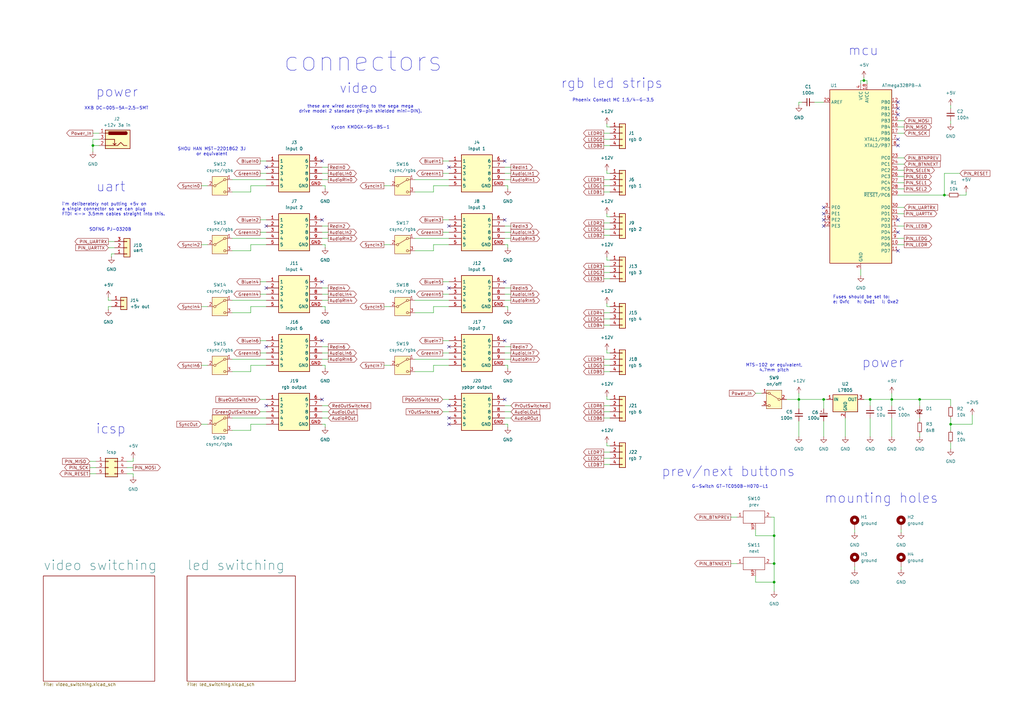
<source format=kicad_sch>
(kicad_sch (version 20231120) (generator "eeschema") (generator_version "8.0")
  (paper "A3")
  (title_block (title "MO-011 rgb switcher (main board)") (date "2025-01-21") (rev "v0.2"))
  (junction (at 365.76 163.83))
  (junction (at 337.82 163.83))
  (junction (at 356.87 163.83))
  (junction (at 317.5 231.14))
  (junction (at 354.33 33.02))
  (junction (at 317.5 238.76))
  (junction (at 377.19 163.83))
  (junction (at 387.35 80.01))
  (junction (at 38.1 59.69))
  (junction (at 389.89 173.99))
  (junction (at 327.66 163.83))
  (junction (at 317.5 219.71))
  (no_connect (at 132.08 115.57))
  (no_connect (at 207.01 139.7))
  (no_connect (at 368.3 95.25))
  (no_connect (at 109.22 92.71))
  (no_connect (at 109.22 166.37))
  (no_connect (at 184.15 142.24))
  (no_connect (at 184.15 166.37))
  (no_connect (at 368.3 41.91))
  (no_connect (at 368.3 44.45))
  (no_connect (at 109.22 142.24))
  (no_connect (at 337.82 85.09))
  (no_connect (at 207.01 115.57))
  (no_connect (at 337.82 92.71))
  (no_connect (at 132.08 66.04))
  (no_connect (at 207.01 90.17))
  (no_connect (at 132.08 163.83))
  (no_connect (at 368.3 90.17))
  (no_connect (at 184.15 68.58))
  (no_connect (at 109.22 118.11))
  (no_connect (at 337.82 87.63))
  (no_connect (at 184.15 171.45))
  (no_connect (at 184.15 118.11))
  (no_connect (at 132.08 90.17))
  (no_connect (at 207.01 163.83))
  (no_connect (at 368.3 57.15))
  (no_connect (at 109.22 68.58))
  (no_connect (at 337.82 90.17))
  (no_connect (at 184.15 92.71))
  (no_connect (at 368.3 102.87))
  (no_connect (at 368.3 46.99))
  (no_connect (at 132.08 139.7))
  (no_connect (at 207.01 66.04))
  (no_connect (at 184.15 173.99))
  (no_connect (at 368.3 59.69))
  (wire (pts (xy 247.65 76.2) (xy 250.19 76.2)))
  (wire (pts (xy 368.3 85.09) (xy 370.84 85.09)))
  (wire (pts (xy 387.35 71.12) (xy 387.35 80.01)))
  (wire (pts (xy 377.19 163.83) (xy 389.89 163.83)))
  (wire (pts (xy 309.88 236.22) (xy 309.88 238.76)))
  (wire (pts (xy 337.82 172.72) (xy 337.82 179.07)))
  (wire (pts (xy 109.22 168.91) (xy 106.68 168.91)))
  (wire (pts (xy 133.35 76.2) (xy 133.35 77.47)))
  (wire (pts (xy 177.8 76.2) (xy 184.15 76.2)))
  (wire (pts (xy 106.68 139.7) (xy 109.22 139.7)))
  (wire (pts (xy 365.76 161.29) (xy 365.76 163.83)))
  (wire (pts (xy 181.61 66.04) (xy 184.15 66.04)))
  (wire (pts (xy 389.89 181.61) (xy 389.89 184.15)))
  (wire (pts (xy 247.65 168.91) (xy 250.19 168.91)))
  (wire (pts (xy 355.6 34.29) (xy 355.6 33.02)))
  (wire (pts (xy 365.76 163.83) (xy 377.19 163.83)))
  (wire (pts (xy 133.35 173.99) (xy 133.35 175.26)))
  (wire (pts (xy 207.01 95.25) (xy 209.55 95.25)))
  (wire (pts (xy 334.01 41.91) (xy 337.82 41.91)))
  (wire (pts (xy 248.92 182.88) (xy 248.92 181.61)))
  (wire (pts (xy 337.82 163.83) (xy 339.09 163.83)))
  (wire (pts (xy 95.25 147.32) (xy 109.22 147.32)))
  (wire (pts (xy 247.65 114.3) (xy 250.19 114.3)))
  (wire (pts (xy 247.65 111.76) (xy 250.19 111.76)))
  (wire (pts (xy 170.18 152.4) (xy 177.8 152.4)))
  (wire (pts (xy 247.65 91.44) (xy 250.19 91.44)))
  (wire (pts (xy 36.83 189.23) (xy 39.37 189.23)))
  (wire (pts (xy 132.08 92.71) (xy 134.62 92.71)))
  (wire (pts (xy 52.07 189.23) (xy 54.61 189.23)))
  (wire (pts (xy 208.28 100.33) (xy 208.28 101.6)))
  (wire (pts (xy 377.19 177.8) (xy 377.19 179.07)))
  (wire (pts (xy 170.18 147.32) (xy 184.15 147.32)))
  (wire (pts (xy 132.08 125.73) (xy 133.35 125.73)))
  (wire (pts (xy 82.55 149.86) (xy 85.09 149.86)))
  (wire (pts (xy 247.65 152.4) (xy 250.19 152.4)))
  (wire (pts (xy 82.55 173.99) (xy 85.09 173.99)))
  (wire (pts (xy 102.87 78.74) (xy 102.87 76.2)))
  (wire (pts (xy 208.28 76.2) (xy 208.28 77.47)))
  (wire (pts (xy 247.65 149.86) (xy 250.19 149.86)))
  (wire (pts (xy 327.66 167.64) (xy 327.66 163.83)))
  (wire (pts (xy 207.01 144.78) (xy 209.55 144.78)))
  (wire (pts (xy 109.22 144.78) (xy 106.68 144.78)))
  (wire (pts (xy 353.06 33.02) (xy 353.06 34.29)))
  (wire (pts (xy 184.15 168.91) (xy 181.61 168.91)))
  (wire (pts (xy 177.8 102.87) (xy 177.8 100.33)))
  (wire (pts (xy 82.55 76.2) (xy 85.09 76.2)))
  (wire (pts (xy 95.25 128.27) (xy 102.87 128.27)))
  (wire (pts (xy 102.87 173.99) (xy 109.22 173.99)))
  (wire (pts (xy 327.66 163.83) (xy 337.82 163.83)))
  (wire (pts (xy 322.58 163.83) (xy 327.66 163.83)))
  (wire (pts (xy 309.88 217.17) (xy 309.88 219.71)))
  (wire (pts (xy 102.87 128.27) (xy 102.87 125.73)))
  (wire (pts (xy 157.48 125.73) (xy 160.02 125.73)))
  (wire (pts (xy 207.01 73.66) (xy 209.55 73.66)))
  (wire (pts (xy 177.8 100.33) (xy 184.15 100.33)))
  (wire (pts (xy 207.01 142.24) (xy 209.55 142.24)))
  (wire (pts (xy 248.92 88.9) (xy 248.92 87.63)))
  (wire (pts (xy 170.18 123.19) (xy 184.15 123.19)))
  (wire (pts (xy 181.61 139.7) (xy 184.15 139.7)))
  (wire (pts (xy 132.08 149.86) (xy 133.35 149.86)))
  (wire (pts (xy 40.64 54.61) (xy 38.1 54.61)))
  (wire (pts (xy 184.15 144.78) (xy 181.61 144.78)))
  (wire (pts (xy 181.61 90.17) (xy 184.15 90.17)))
  (wire (pts (xy 247.65 93.98) (xy 250.19 93.98)))
  (wire (pts (xy 106.68 66.04) (xy 109.22 66.04)))
  (wire (pts (xy 132.08 120.65) (xy 134.62 120.65)))
  (wire (pts (xy 102.87 125.73) (xy 109.22 125.73)))
  (wire (pts (xy 316.23 212.09) (xy 317.5 212.09)))
  (wire (pts (xy 106.68 163.83) (xy 109.22 163.83)))
  (wire (pts (xy 132.08 97.79) (xy 134.62 97.79)))
  (wire (pts (xy 207.01 100.33) (xy 208.28 100.33)))
  (wire (pts (xy 95.25 152.4) (xy 102.87 152.4)))
  (wire (pts (xy 45.72 104.14) (xy 45.72 105.41)))
  (wire (pts (xy 250.19 163.83) (xy 248.92 163.83)))
  (wire (pts (xy 40.64 59.69) (xy 38.1 59.69)))
  (wire (pts (xy 132.08 144.78) (xy 134.62 144.78)))
  (wire (pts (xy 247.65 166.37) (xy 250.19 166.37)))
  (wire (pts (xy 184.15 120.65) (xy 181.61 120.65)))
  (wire (pts (xy 82.55 100.33) (xy 85.09 100.33)))
  (wire (pts (xy 102.87 149.86) (xy 109.22 149.86)))
  (wire (pts (xy 132.08 171.45) (xy 134.62 171.45)))
  (wire (pts (xy 365.76 171.45) (xy 365.76 179.07)))
  (wire (pts (xy 132.08 71.12) (xy 134.62 71.12)))
  (wire (pts (xy 368.3 69.85) (xy 370.84 69.85)))
  (wire (pts (xy 247.65 96.52) (xy 250.19 96.52)))
  (wire (pts (xy 132.08 123.19) (xy 134.62 123.19)))
  (wire (pts (xy 248.92 106.68) (xy 248.92 105.41)))
  (wire (pts (xy 157.48 76.2) (xy 160.02 76.2)))
  (wire (pts (xy 109.22 95.25) (xy 106.68 95.25)))
  (wire (pts (xy 132.08 68.58) (xy 134.62 68.58)))
  (wire (pts (xy 133.35 149.86) (xy 133.35 151.13)))
  (wire (pts (xy 247.65 54.61) (xy 250.19 54.61)))
  (wire (pts (xy 368.3 67.31) (xy 370.84 67.31)))
  (wire (pts (xy 356.87 171.45) (xy 356.87 179.07)))
  (wire (pts (xy 170.18 78.74) (xy 177.8 78.74)))
  (wire (pts (xy 247.65 59.69) (xy 250.19 59.69)))
  (wire (pts (xy 368.3 97.79) (xy 370.84 97.79)))
  (wire (pts (xy 248.92 144.78) (xy 248.92 143.51)))
  (wire (pts (xy 396.24 80.01) (xy 396.24 78.74)))
  (wire (pts (xy 368.3 87.63) (xy 370.84 87.63)))
  (wire (pts (xy 317.5 212.09) (xy 317.5 219.71)))
  (wire (pts (xy 207.01 149.86) (xy 208.28 149.86)))
  (wire (pts (xy 170.18 97.79) (xy 184.15 97.79)))
  (wire (pts (xy 184.15 95.25) (xy 181.61 95.25)))
  (wire (pts (xy 82.55 125.73) (xy 85.09 125.73)))
  (wire (pts (xy 317.5 238.76) (xy 317.5 242.57)))
  (wire (pts (xy 157.48 100.33) (xy 160.02 100.33)))
  (wire (pts (xy 377.19 171.45) (xy 377.19 172.72)))
  (wire (pts (xy 208.28 149.86) (xy 208.28 151.13)))
  (wire (pts (xy 250.19 88.9) (xy 248.92 88.9)))
  (wire (pts (xy 309.88 161.29) (xy 312.42 161.29)))
  (wire (pts (xy 247.65 57.15) (xy 250.19 57.15)))
  (wire (pts (xy 353.06 110.49) (xy 353.06 113.03)))
  (wire (pts (xy 207.01 171.45) (xy 209.55 171.45)))
  (wire (pts (xy 207.01 123.19) (xy 209.55 123.19)))
  (wire (pts (xy 36.83 194.31) (xy 39.37 194.31)))
  (wire (pts (xy 170.18 73.66) (xy 184.15 73.66)))
  (wire (pts (xy 309.88 219.71) (xy 317.5 219.71)))
  (wire (pts (xy 389.89 49.53) (xy 389.89 50.8)))
  (wire (pts (xy 356.87 163.83) (xy 365.76 163.83)))
  (wire (pts (xy 109.22 120.65) (xy 106.68 120.65)))
  (wire (pts (xy 177.8 152.4) (xy 177.8 149.86)))
  (wire (pts (xy 44.45 123.19) (xy 45.72 123.19)))
  (wire (pts (xy 38.1 59.69) (xy 38.1 62.23)))
  (wire (pts (xy 181.61 163.83) (xy 184.15 163.83)))
  (wire (pts (xy 354.33 31.75) (xy 354.33 33.02)))
  (wire (pts (xy 208.28 125.73) (xy 208.28 127)))
  (wire (pts (xy 377.19 163.83) (xy 377.19 166.37)))
  (wire (pts (xy 133.35 100.33) (xy 133.35 101.6)))
  (wire (pts (xy 247.65 109.22) (xy 250.19 109.22)))
  (wire (pts (xy 247.65 147.32) (xy 250.19 147.32)))
  (wire (pts (xy 247.65 130.81) (xy 250.19 130.81)))
  (wire (pts (xy 248.92 71.12) (xy 248.92 69.85)))
  (wire (pts (xy 102.87 152.4) (xy 102.87 149.86)))
  (wire (pts (xy 355.6 33.02) (xy 354.33 33.02)))
  (wire (pts (xy 356.87 163.83) (xy 356.87 166.37)))
  (wire (pts (xy 95.25 78.74) (xy 102.87 78.74)))
  (wire (pts (xy 247.65 73.66) (xy 250.19 73.66)))
  (wire (pts (xy 368.3 80.01) (xy 387.35 80.01)))
  (wire (pts (xy 248.92 52.07) (xy 248.92 50.8)))
  (wire (pts (xy 250.19 71.12) (xy 248.92 71.12)))
  (wire (pts (xy 170.18 102.87) (xy 177.8 102.87)))
  (wire (pts (xy 170.18 128.27) (xy 177.8 128.27)))
  (wire (pts (xy 247.65 190.5) (xy 250.19 190.5)))
  (wire (pts (xy 132.08 118.11) (xy 134.62 118.11)))
  (wire (pts (xy 106.68 90.17) (xy 109.22 90.17)))
  (wire (pts (xy 133.35 125.73) (xy 133.35 127)))
  (wire (pts (xy 44.45 121.92) (xy 44.45 123.19)))
  (wire (pts (xy 354.33 33.02) (xy 353.06 33.02)))
  (wire (pts (xy 365.76 166.37) (xy 365.76 163.83)))
  (wire (pts (xy 389.89 163.83) (xy 389.89 166.37)))
  (wire (pts (xy 102.87 176.53) (xy 102.87 173.99)))
  (wire (pts (xy 207.01 166.37) (xy 209.55 166.37)))
  (wire (pts (xy 247.65 171.45) (xy 250.19 171.45)))
  (wire (pts (xy 102.87 100.33) (xy 109.22 100.33)))
  (wire (pts (xy 368.3 64.77) (xy 370.84 64.77)))
  (wire (pts (xy 132.08 166.37) (xy 134.62 166.37)))
  (wire (pts (xy 207.01 118.11) (xy 209.55 118.11)))
  (wire (pts (xy 95.25 171.45) (xy 109.22 171.45)))
  (wire (pts (xy 250.19 182.88) (xy 248.92 182.88)))
  (wire (pts (xy 102.87 102.87) (xy 102.87 100.33)))
  (wire (pts (xy 207.01 71.12) (xy 209.55 71.12)))
  (wire (pts (xy 207.01 173.99) (xy 208.28 173.99)))
  (wire (pts (xy 54.61 194.31) (xy 54.61 195.58)))
  (wire (pts (xy 132.08 73.66) (xy 134.62 73.66)))
  (wire (pts (xy 44.45 101.6) (xy 46.99 101.6)))
  (wire (pts (xy 184.15 71.12) (xy 181.61 71.12)))
  (wire (pts (xy 95.25 73.66) (xy 109.22 73.66)))
  (wire (pts (xy 369.57 217.17) (xy 369.57 218.44)))
  (wire (pts (xy 208.28 173.99) (xy 208.28 175.26)))
  (wire (pts (xy 368.3 74.93) (xy 370.84 74.93)))
  (wire (pts (xy 247.65 133.35) (xy 250.19 133.35)))
  (wire (pts (xy 248.92 163.83) (xy 248.92 162.56)))
  (wire (pts (xy 368.3 77.47) (xy 370.84 77.47)))
  (wire (pts (xy 393.7 80.01) (xy 396.24 80.01)))
  (wire (pts (xy 132.08 168.91) (xy 134.62 168.91)))
  (wire (pts (xy 398.78 170.18) (xy 398.78 173.99)))
  (wire (pts (xy 389.89 171.45) (xy 389.89 173.99)))
  (wire (pts (xy 44.45 99.06) (xy 46.99 99.06)))
  (wire (pts (xy 95.25 102.87) (xy 102.87 102.87)))
  (wire (pts (xy 54.61 189.23) (xy 54.61 187.96)))
  (wire (pts (xy 299.72 231.14) (xy 302.26 231.14)))
  (wire (pts (xy 250.19 125.73) (xy 248.92 125.73)))
  (wire (pts (xy 247.65 128.27) (xy 250.19 128.27)))
  (wire (pts (xy 337.82 163.83) (xy 337.82 167.64)))
  (wire (pts (xy 132.08 76.2) (xy 133.35 76.2)))
  (wire (pts (xy 368.3 49.53) (xy 370.84 49.53)))
  (wire (pts (xy 247.65 78.74) (xy 250.19 78.74)))
  (wire (pts (xy 350.52 232.41) (xy 350.52 233.68)))
  (wire (pts (xy 327.66 163.83) (xy 327.66 161.29)))
  (wire (pts (xy 309.88 238.76) (xy 317.5 238.76)))
  (wire (pts (xy 132.08 95.25) (xy 134.62 95.25)))
  (wire (pts (xy 369.57 232.41) (xy 369.57 233.68)))
  (wire (pts (xy 327.66 41.91) (xy 327.66 43.18)))
  (wire (pts (xy 299.72 212.09) (xy 302.26 212.09)))
  (wire (pts (xy 52.07 191.77) (xy 54.61 191.77)))
  (wire (pts (xy 387.35 80.01) (xy 388.62 80.01)))
  (wire (pts (xy 398.78 173.99) (xy 389.89 173.99)))
  (wire (pts (xy 102.87 76.2) (xy 109.22 76.2)))
  (wire (pts (xy 247.65 187.96) (xy 250.19 187.96)))
  (wire (pts (xy 45.72 125.73) (xy 44.45 125.73)))
  (wire (pts (xy 328.93 41.91) (xy 327.66 41.91)))
  (wire (pts (xy 350.52 217.17) (xy 350.52 218.44)))
  (wire (pts (xy 44.45 125.73) (xy 44.45 127)))
  (wire (pts (xy 95.25 123.19) (xy 109.22 123.19)))
  (wire (pts (xy 393.7 71.12) (xy 387.35 71.12)))
  (wire (pts (xy 207.01 147.32) (xy 209.55 147.32)))
  (wire (pts (xy 207.01 168.91) (xy 209.55 168.91)))
  (wire (pts (xy 250.19 144.78) (xy 248.92 144.78)))
  (wire (pts (xy 38.1 57.15) (xy 38.1 59.69)))
  (wire (pts (xy 327.66 172.72) (xy 327.66 179.07)))
  (wire (pts (xy 207.01 92.71) (xy 209.55 92.71)))
  (wire (pts (xy 368.3 100.33) (xy 370.84 100.33)))
  (wire (pts (xy 181.61 115.57) (xy 184.15 115.57)))
  (wire (pts (xy 389.89 43.18) (xy 389.89 44.45)))
  (wire (pts (xy 368.3 92.71) (xy 370.84 92.71)))
  (wire (pts (xy 132.08 147.32) (xy 134.62 147.32)))
  (wire (pts (xy 46.99 104.14) (xy 45.72 104.14)))
  (wire (pts (xy 317.5 219.71) (xy 317.5 231.14)))
  (wire (pts (xy 177.8 78.74) (xy 177.8 76.2)))
  (wire (pts (xy 40.64 57.15) (xy 38.1 57.15)))
  (wire (pts (xy 368.3 52.07) (xy 370.84 52.07)))
  (wire (pts (xy 389.89 173.99) (xy 389.89 176.53)))
  (wire (pts (xy 354.33 163.83) (xy 356.87 163.83)))
  (wire (pts (xy 250.19 106.68) (xy 248.92 106.68)))
  (wire (pts (xy 207.01 97.79) (xy 209.55 97.79)))
  (wire (pts (xy 368.3 54.61) (xy 370.84 54.61)))
  (wire (pts (xy 157.48 149.86) (xy 160.02 149.86)))
  (wire (pts (xy 109.22 71.12) (xy 106.68 71.12)))
  (wire (pts (xy 247.65 185.42) (xy 250.19 185.42)))
  (wire (pts (xy 177.8 128.27) (xy 177.8 125.73)))
  (wire (pts (xy 207.01 120.65) (xy 209.55 120.65)))
  (wire (pts (xy 207.01 76.2) (xy 208.28 76.2)))
  (wire (pts (xy 106.68 115.57) (xy 109.22 115.57)))
  (wire (pts (xy 95.25 97.79) (xy 109.22 97.79)))
  (wire (pts (xy 248.92 125.73) (xy 248.92 124.46)))
  (wire (pts (xy 132.08 100.33) (xy 133.35 100.33)))
  (wire (pts (xy 316.23 231.14) (xy 317.5 231.14)))
  (wire (pts (xy 177.8 125.73) (xy 184.15 125.73)))
  (wire (pts (xy 52.07 194.31) (xy 54.61 194.31)))
  (wire (pts (xy 207.01 68.58) (xy 209.55 68.58)))
  (wire (pts (xy 132.08 173.99) (xy 133.35 173.99)))
  (wire (pts (xy 368.3 72.39) (xy 370.84 72.39)))
  (wire (pts (xy 36.83 191.77) (xy 39.37 191.77)))
  (wire (pts (xy 346.71 171.45) (xy 346.71 179.07)))
  (wire (pts (xy 250.19 52.07) (xy 248.92 52.07)))
  (wire (pts (xy 207.01 125.73) (xy 208.28 125.73)))
  (wire (pts (xy 95.25 176.53) (xy 102.87 176.53)))
  (wire (pts (xy 132.08 142.24) (xy 134.62 142.24)))
  (wire (pts (xy 317.5 231.14) (xy 317.5 238.76)))
  (wire (pts (xy 177.8 149.86) (xy 184.15 149.86)))
  (text "MTS-102 or equivalent,\n4.7mm pitch" (at 317.5 150.876 0) (effects (font (size 1.27 1.27))))
  (text "uart" (at 45.466 76.708 0) (effects (font (size 4 4))))
  (text "XKB DC-005-5A-2.5-SMT" (at 47.752 44.45 0) (effects (font (size 1.27 1.27))))
  (text "these are wired according to the sega mega\ndrive model 2 standard (9-pin shielded mini-DIN)." (at 147.828 44.704 0) (effects (font (size 1.27 1.27))))
  (text "i'm deliberately not putting +5v on\na single connector so we can plug\nFTDI <-> 3.5mm cables straight into this." (at 25.4 85.852 0) (effects (font (size 1.27 1.27)) (justify left)))
  (text "Fuses should be set to:\ne: 0xfc	h: 0xd1	l: 0xe2" (at 341.63 122.936 0) (effects (font (size 1.27 1.27)) (justify left)))
  (text "icsp" (at 45.466 176.022 0) (effects (font (size 4 4))))
  (text "SHOU HAN MST-22D18G2 3J\nor equivalent" (at 86.868 62.23 0) (effects (font (size 1.27 1.27))))
  (text "power" (at 362.204 148.844 0) (effects (font (size 4 4))))
  (text "power" (at 48.006 37.846 0) (effects (font (size 4 4))))
  (text "rgb led strips" (at 250.952 34.29 0) (effects (font (size 4 4))))
  (text "G-Switch GT-TC050B-H070-L1" (at 299.466 199.644 0) (effects (font (size 1.27 1.27))))
  (text "prev/next buttons" (at 298.704 193.548 0) (effects (font (size 4 4))))
  (text "mcu" (at 354.076 20.828 0) (effects (font (size 4 4))))
  (text "connectors" (at 116.078 25.4 0) (effects (font (size 8 8)) (justify left)))
  (text "Kycon KMDGX-9S-BS-1" (at 147.828 52.324 0) (effects (font (size 1.27 1.27))))
  (text "SOFNG PJ-0320B" (at 45.212 94.234 0) (effects (font (size 1.27 1.27))))
  (text "Phoenix Contact MC 1,5/4-G-3,5" (at 251.46 41.148 0) (effects (font (size 1.27 1.27))))
  (text "video" (at 147.066 36.322 0) (effects (font (size 4 4))))
  (text "mounting holes" (at 361.442 204.47 0) (effects (font (size 4 4))))
  (global_label "LEDG3" (shape output) (at 247.65 111.76 180) (property "Intersheetrefs" "${INTERSHEET_REFS}" (effects (hide yes))))
  (global_label "PIN_LEDR" (shape output) (at 370.84 100.33 0) (property "Intersheetrefs" "${INTERSHEET_REFS}" (effects (hide yes))))
  (global_label "AudioRIn3" (shape output) (at 209.55 97.79 0) (property "Intersheetrefs" "${INTERSHEET_REFS}" (effects (hide yes))))
  (global_label "PIN_BTNNEXT" (shape output) (at 299.72 231.14 180) (property "Intersheetrefs" "${INTERSHEET_REFS}" (effects (hide yes))))
  (global_label "LEDB6" (shape output) (at 247.65 171.45 180) (property "Intersheetrefs" "${INTERSHEET_REFS}" (effects (hide yes))))
  (global_label "PIN_SEL1" (shape output) (at 370.84 74.93 0) (property "Intersheetrefs" "${INTERSHEET_REFS}" (effects (hide yes))))
  (global_label "AudioLIn6" (shape output) (at 134.62 144.78 0) (property "Intersheetrefs" "${INTERSHEET_REFS}" (effects (hide yes))))
  (global_label "LEDR5" (shape output) (at 247.65 147.32 180) (property "Intersheetrefs" "${INTERSHEET_REFS}" (effects (hide yes))))
  (global_label "BlueIn3" (shape output) (at 181.61 90.17 180) (property "Intersheetrefs" "${INTERSHEET_REFS}" (effects (hide yes))))
  (global_label "PIN_UARTRX" (shape output) (at 44.45 99.06 180) (property "Intersheetrefs" "${INTERSHEET_REFS}" (effects (hide yes))))
  (global_label "AudioLIn2" (shape output) (at 134.62 95.25 0) (property "Intersheetrefs" "${INTERSHEET_REFS}" (effects (hide yes))))
  (global_label "SyncIn0" (shape output) (at 82.55 76.2 180) (property "Intersheetrefs" "${INTERSHEET_REFS}" (effects (hide yes))))
  (global_label "PIN_MOSI" (shape input) (at 370.84 49.53 0) (property "Intersheetrefs" "${INTERSHEET_REFS}" (effects (hide yes))))
  (global_label "Power_In" (shape input) (at 309.88 161.29 180) (property "Intersheetrefs" "${INTERSHEET_REFS}" (effects (hide yes))))
  (global_label "PIN_MISO" (shape output) (at 370.84 52.07 0) (property "Intersheetrefs" "${INTERSHEET_REFS}" (effects (hide yes))))
  (global_label "LEDR0" (shape output) (at 247.65 54.61 180) (property "Intersheetrefs" "${INTERSHEET_REFS}" (effects (hide yes))))
  (global_label "PIN_RESET" (shape output) (at 36.83 194.31 180) (property "Intersheetrefs" "${INTERSHEET_REFS}" (effects (hide yes))))
  (global_label "RedIn5" (shape output) (at 209.55 118.11 0) (property "Intersheetrefs" "${INTERSHEET_REFS}" (effects (hide yes))))
  (global_label "GreenIn1" (shape output) (at 181.61 71.12 180) (property "Intersheetrefs" "${INTERSHEET_REFS}" (effects (hide yes))))
  (global_label "GreenIn2" (shape output) (at 106.68 95.25 180) (property "Intersheetrefs" "${INTERSHEET_REFS}" (effects (hide yes))))
  (global_label "LEDR7" (shape output) (at 247.65 185.42 180) (property "Intersheetrefs" "${INTERSHEET_REFS}" (effects (hide yes))))
  (global_label "PbOutSwitched" (shape input) (at 181.61 163.83 180) (property "Intersheetrefs" "${INTERSHEET_REFS}" (effects (hide yes))))
  (global_label "RedIn4" (shape output) (at 134.62 118.11 0) (property "Intersheetrefs" "${INTERSHEET_REFS}" (effects (hide yes))))
  (global_label "PIN_SEL2" (shape output) (at 370.84 77.47 0) (property "Intersheetrefs" "${INTERSHEET_REFS}" (effects (hide yes))))
  (global_label "LEDB4" (shape output) (at 247.65 133.35 180) (property "Intersheetrefs" "${INTERSHEET_REFS}" (effects (hide yes))))
  (global_label "LEDG7" (shape output) (at 247.65 187.96 180) (property "Intersheetrefs" "${INTERSHEET_REFS}" (effects (hide yes))))
  (global_label "SyncIn5" (shape output) (at 157.48 125.73 180) (property "Intersheetrefs" "${INTERSHEET_REFS}" (effects (hide yes))))
  (global_label "LEDB7" (shape output) (at 247.65 190.5 180) (property "Intersheetrefs" "${INTERSHEET_REFS}" (effects (hide yes))))
  (global_label "AudioLIn0" (shape output) (at 134.62 71.12 0) (property "Intersheetrefs" "${INTERSHEET_REFS}" (effects (hide yes))))
  (global_label "PIN_BTNPREV" (shape output) (at 299.72 212.09 180) (property "Intersheetrefs" "${INTERSHEET_REFS}" (effects (hide yes))))
  (global_label "AudioROut" (shape input) (at 134.62 171.45 0) (property "Intersheetrefs" "${INTERSHEET_REFS}" (effects (hide yes))))
  (global_label "BlueIn1" (shape output) (at 181.61 66.04 180) (property "Intersheetrefs" "${INTERSHEET_REFS}" (effects (hide yes))))
  (global_label "LEDG0" (shape output) (at 247.65 57.15 180) (property "Intersheetrefs" "${INTERSHEET_REFS}" (effects (hide yes))))
  (global_label "RedOutSwitched" (shape input) (at 134.62 166.37 0) (property "Intersheetrefs" "${INTERSHEET_REFS}" (effects (hide yes))))
  (global_label "GreenIn0" (shape output) (at 106.68 71.12 180) (property "Intersheetrefs" "${INTERSHEET_REFS}" (effects (hide yes))))
  (global_label "GreenIn6" (shape output) (at 106.68 144.78 180) (property "Intersheetrefs" "${INTERSHEET_REFS}" (effects (hide yes))))
  (global_label "SyncIn7" (shape output) (at 157.48 149.86 180) (property "Intersheetrefs" "${INTERSHEET_REFS}" (effects (hide yes))))
  (global_label "RedIn7" (shape output) (at 209.55 142.24 0) (property "Intersheetrefs" "${INTERSHEET_REFS}" (effects (hide yes))))
  (global_label "AudioRIn6" (shape output) (at 134.62 147.32 0) (property "Intersheetrefs" "${INTERSHEET_REFS}" (effects (hide yes))))
  (global_label "RedIn6" (shape output) (at 134.62 142.24 0) (property "Intersheetrefs" "${INTERSHEET_REFS}" (effects (hide yes))))
  (global_label "LEDG2" (shape output) (at 247.65 93.98 180) (property "Intersheetrefs" "${INTERSHEET_REFS}" (effects (hide yes))))
  (global_label "GreenIn4" (shape output) (at 106.68 120.65 180) (property "Intersheetrefs" "${INTERSHEET_REFS}" (effects (hide yes))))
  (global_label "LEDB0" (shape output) (at 247.65 59.69 180) (property "Intersheetrefs" "${INTERSHEET_REFS}" (effects (hide yes))))
  (global_label "LEDB2" (shape output) (at 247.65 96.52 180) (property "Intersheetrefs" "${INTERSHEET_REFS}" (effects (hide yes))))
  (global_label "LEDR1" (shape output) (at 247.65 73.66 180) (property "Intersheetrefs" "${INTERSHEET_REFS}" (effects (hide yes))))
  (global_label "GreenIn5" (shape output) (at 181.61 120.65 180) (property "Intersheetrefs" "${INTERSHEET_REFS}" (effects (hide yes))))
  (global_label "SyncIn1" (shape output) (at 157.48 76.2 180) (property "Intersheetrefs" "${INTERSHEET_REFS}" (effects (hide yes))))
  (global_label "PIN_LEDG" (shape output) (at 370.84 97.79 0) (property "Intersheetrefs" "${INTERSHEET_REFS}" (effects (hide yes))))
  (global_label "GreenIn3" (shape output) (at 181.61 95.25 180) (property "Intersheetrefs" "${INTERSHEET_REFS}" (effects (hide yes))))
  (global_label "GreenIn7" (shape output) (at 181.61 144.78 180) (property "Intersheetrefs" "${INTERSHEET_REFS}" (effects (hide yes))))
  (global_label "PIN_MISO" (shape input) (at 36.83 189.23 180) (property "Intersheetrefs" "${INTERSHEET_REFS}" (effects (hide yes))))
  (global_label "AudioLIn1" (shape output) (at 209.55 71.12 0) (property "Intersheetrefs" "${INTERSHEET_REFS}" (effects (hide yes))))
  (global_label "SyncIn6" (shape output) (at 82.55 149.86 180) (property "Intersheetrefs" "${INTERSHEET_REFS}" (effects (hide yes))))
  (global_label "RedIn0" (shape output) (at 134.62 68.58 0) (property "Intersheetrefs" "${INTERSHEET_REFS}" (effects (hide yes))))
  (global_label "YOutSwitched" (shape input) (at 181.61 168.91 180) (property "Intersheetrefs" "${INTERSHEET_REFS}" (effects (hide yes))))
  (global_label "AudioRIn1" (shape output) (at 209.55 73.66 0) (property "Intersheetrefs" "${INTERSHEET_REFS}" (effects (hide yes))))
  (global_label "BlueIn0" (shape output) (at 106.68 66.04 180) (property "Intersheetrefs" "${INTERSHEET_REFS}" (effects (hide yes))))
  (global_label "LEDB1" (shape output) (at 247.65 78.74 180) (property "Intersheetrefs" "${INTERSHEET_REFS}" (effects (hide yes))))
  (global_label "AudioLOut" (shape input) (at 209.55 168.91 0) (property "Intersheetrefs" "${INTERSHEET_REFS}" (effects (hide yes))))
  (global_label "BlueIn4" (shape output) (at 106.68 115.57 180) (property "Intersheetrefs" "${INTERSHEET_REFS}" (effects (hide yes))))
  (global_label "PIN_SEL0" (shape output) (at 370.84 72.39 0) (property "Intersheetrefs" "${INTERSHEET_REFS}" (effects (hide yes))))
  (global_label "AudioRIn4" (shape output) (at 134.62 123.19 0) (property "Intersheetrefs" "${INTERSHEET_REFS}" (effects (hide yes))))
  (global_label "PIN_SCK" (shape input) (at 370.84 54.61 0) (property "Intersheetrefs" "${INTERSHEET_REFS}" (effects (hide yes))))
  (global_label "LEDR4" (shape output) (at 247.65 128.27 180) (property "Intersheetrefs" "${INTERSHEET_REFS}" (effects (hide yes))))
  (global_label "PIN_RESET" (shape input) (at 393.7 71.12 0) (property "Intersheetrefs" "${INTERSHEET_REFS}" (effects (hide yes))))
  (global_label "BlueIn5" (shape output) (at 181.61 115.57 180) (property "Intersheetrefs" "${INTERSHEET_REFS}" (effects (hide yes))))
  (global_label "LEDG6" (shape output) (at 247.65 168.91 180) (property "Intersheetrefs" "${INTERSHEET_REFS}" (effects (hide yes))))
  (global_label "AudioLIn7" (shape output) (at 209.55 144.78 0) (property "Intersheetrefs" "${INTERSHEET_REFS}" (effects (hide yes))))
  (global_label "PIN_UARTTX" (shape output) (at 370.84 87.63 0) (property "Intersheetrefs" "${INTERSHEET_REFS}" (effects (hide yes))))
  (global_label "SyncIn2" (shape output) (at 82.55 100.33 180) (property "Intersheetrefs" "${INTERSHEET_REFS}" (effects (hide yes))))
  (global_label "Power_In" (shape output) (at 38.1 54.61 180) (property "Intersheetrefs" "${INTERSHEET_REFS}" (effects (hide yes))))
  (global_label "BlueIn6" (shape output) (at 106.68 139.7 180) (property "Intersheetrefs" "${INTERSHEET_REFS}" (effects (hide yes))))
  (global_label "LEDR6" (shape output) (at 247.65 166.37 180) (property "Intersheetrefs" "${INTERSHEET_REFS}" (effects (hide yes))))
  (global_label "AudioLOut" (shape input) (at 134.62 168.91 0) (property "Intersheetrefs" "${INTERSHEET_REFS}" (effects (hide yes))))
  (global_label "BlueIn2" (shape output) (at 106.68 90.17 180) (property "Intersheetrefs" "${INTERSHEET_REFS}" (effects (hide yes))))
  (global_label "LEDR2" (shape output) (at 247.65 91.44 180) (property "Intersheetrefs" "${INTERSHEET_REFS}" (effects (hide yes))))
  (global_label "LEDB5" (shape output) (at 247.65 152.4 180) (property "Intersheetrefs" "${INTERSHEET_REFS}" (effects (hide yes))))
  (global_label "LEDR3" (shape output) (at 247.65 109.22 180) (property "Intersheetrefs" "${INTERSHEET_REFS}" (effects (hide yes))))
  (global_label "AudioLIn4" (shape output) (at 134.62 120.65 0) (property "Intersheetrefs" "${INTERSHEET_REFS}" (effects (hide yes))))
  (global_label "AudioRIn5" (shape output) (at 209.55 123.19 0) (property "Intersheetrefs" "${INTERSHEET_REFS}" (effects (hide yes))))
  (global_label "PIN_UARTTX" (shape input) (at 44.45 101.6 180) (property "Intersheetrefs" "${INTERSHEET_REFS}" (effects (hide yes))))
  (global_label "PIN_LEDB" (shape output) (at 370.84 92.71 0) (property "Intersheetrefs" "${INTERSHEET_REFS}" (effects (hide yes))))
  (global_label "PIN_BTNNEXT" (shape input) (at 370.84 67.31 0) (property "Intersheetrefs" "${INTERSHEET_REFS}" (effects (hide yes))))
  (global_label "LEDB3" (shape output) (at 247.65 114.3 180) (property "Intersheetrefs" "${INTERSHEET_REFS}" (effects (hide yes))))
  (global_label "LEDG5" (shape output) (at 247.65 149.86 180) (property "Intersheetrefs" "${INTERSHEET_REFS}" (effects (hide yes))))
  (global_label "PIN_BTNPREV" (shape input) (at 370.84 64.77 0) (property "Intersheetrefs" "${INTERSHEET_REFS}" (effects (hide yes))))
  (global_label "AudioLIn3" (shape output) (at 209.55 95.25 0) (property "Intersheetrefs" "${INTERSHEET_REFS}" (effects (hide yes))))
  (global_label "RedIn2" (shape output) (at 134.62 92.71 0) (property "Intersheetrefs" "${INTERSHEET_REFS}" (effects (hide yes))))
  (global_label "SyncIn3" (shape output) (at 157.48 100.33 180) (property "Intersheetrefs" "${INTERSHEET_REFS}" (effects (hide yes))))
  (global_label "AudioRIn7" (shape output) (at 209.55 147.32 0) (property "Intersheetrefs" "${INTERSHEET_REFS}" (effects (hide yes))))
  (global_label "AudioRIn2" (shape output) (at 134.62 97.79 0) (property "Intersheetrefs" "${INTERSHEET_REFS}" (effects (hide yes))))
  (global_label "RedIn3" (shape output) (at 209.55 92.71 0) (property "Intersheetrefs" "${INTERSHEET_REFS}" (effects (hide yes))))
  (global_label "PIN_MOSI" (shape output) (at 54.61 191.77 0) (property "Intersheetrefs" "${INTERSHEET_REFS}" (effects (hide yes))))
  (global_label "SyncIn4" (shape output) (at 82.55 125.73 180) (property "Intersheetrefs" "${INTERSHEET_REFS}" (effects (hide yes))))
  (global_label "PIN_UARTRX" (shape input) (at 370.84 85.09 0) (property "Intersheetrefs" "${INTERSHEET_REFS}" (effects (hide yes))))
  (global_label "AudioRIn0" (shape output) (at 134.62 73.66 0) (property "Intersheetrefs" "${INTERSHEET_REFS}" (effects (hide yes))))
  (global_label "AudioROut" (shape input) (at 209.55 171.45 0) (property "Intersheetrefs" "${INTERSHEET_REFS}" (effects (hide yes))))
  (global_label "AudioLIn5" (shape output) (at 209.55 120.65 0) (property "Intersheetrefs" "${INTERSHEET_REFS}" (effects (hide yes))))
  (global_label "GreenOutSwitched" (shape input) (at 106.68 168.91 180) (property "Intersheetrefs" "${INTERSHEET_REFS}" (effects (hide yes))))
  (global_label "BlueIn7" (shape output) (at 181.61 139.7 180) (property "Intersheetrefs" "${INTERSHEET_REFS}" (effects (hide yes))))
  (global_label "SyncOut" (shape input) (at 82.55 173.99 180) (property "Intersheetrefs" "${INTERSHEET_REFS}" (effects (hide yes))))
  (global_label "LEDG4" (shape output) (at 247.65 130.81 180) (property "Intersheetrefs" "${INTERSHEET_REFS}" (effects (hide yes))))
  (global_label "LEDG1" (shape output) (at 247.65 76.2 180) (property "Intersheetrefs" "${INTERSHEET_REFS}" (effects (hide yes))))
  (global_label "PrOutSwitched" (shape input) (at 209.55 166.37 0) (property "Intersheetrefs" "${INTERSHEET_REFS}" (effects (hide yes))))
  (global_label "RedIn1" (shape output) (at 209.55 68.58 0) (property "Intersheetrefs" "${INTERSHEET_REFS}" (effects (hide yes))))
  (global_label "PIN_SELEN" (shape output) (at 370.84 69.85 0) (property "Intersheetrefs" "${INTERSHEET_REFS}" (effects (hide yes))))
  (global_label "BlueOutSwitched" (shape input) (at 106.68 163.83 180) (property "Intersheetrefs" "${INTERSHEET_REFS}" (effects (hide yes))))
  (global_label "PIN_SCK" (shape output) (at 36.83 191.77 180) (property "Intersheetrefs" "${INTERSHEET_REFS}" (effects (hide yes))))
  (symbol (lib_id "power:+5V") (at 44.45 121.92 0) (unit 1)
    (property "Reference" "#PWR020" (effects (hide yes)))
    (property "Value" "+5V" (at 44.45 116.84 0))
    (property "Description" "Power symbol creates a global label with name \"+5V\"" (effects (hide yes)))
  )
  (symbol (lib_id "Mechanical:MountingHole_Pad") (at 369.57 229.87 0) (unit 1) (exclude_from_sim yes) (in_bom no)
    (property "Reference" "H4" (at 372.11 227.3299 0) (effects (justify left)))
    (property "Value" "ground" (at 372.11 229.8699 0) (effects (justify left)))
    (property "Footprint" "MountingHole:MountingHole_4.3mm_M4_ISO14580_Pad" (effects (hide yes)))
    (property "Description" "Mounting Hole with connection" (effects (hide yes)))
  )
  (symbol (lib_id "Switch:SW_SPDT") (at 165.1 76.2 0) (unit 1)
    (property "Reference" "SW16" (at 165.1 67.31 0))
    (property "Value" "csync/rgbs" (at 165.1 69.85 0))
    (property "Footprint" "JS102011JCQN:SW_JS102011JCQN" (effects (hide yes)))
    (property "Description" "Switch, single pole double throw" (effects (hide yes)))
  )
  (symbol (lib_id "Switch:SW_SPDT") (at 90.17 173.99 0) (unit 1)
    (property "Reference" "SW20" (at 89.916 179.578 0))
    (property "Value" "csync/rgbs" (at 89.916 182.118 0))
    (property "Footprint" "JS102011JCQN:SW_JS102011JCQN" (effects (hide yes)))
    (property "Description" "Switch, single pole double throw" (effects (hide yes)))
  )
  (symbol (lib_id "power:+12V") (at 248.92 69.85 0) (unit 1)
    (property "Reference" "#PWR010" (effects (hide yes)))
    (property "Value" "+12V" (at 248.92 64.77 0))
    (property "Description" "Power symbol creates a global label with name \"+12V\"" (effects (hide yes)))
  )
  (symbol (lib_id "power:+2V5") (at 398.78 170.18 0) (unit 1)
    (property "Reference" "#PWR033" (effects (hide yes)))
    (property "Value" "+2V5" (at 398.78 165.1 0))
    (property "Description" "Power symbol creates a global label with name \"+2V5\"" (effects (hide yes)))
  )
  (symbol (lib_id "power:GND") (at 365.76 179.07 0) (unit 1)
    (property "Reference" "#PWR038" (effects (hide yes)))
    (property "Value" "GND" (at 365.76 184.15 0))
    (property "Description" "Power symbol creates a global label with name \"GND\" , ground" (effects (hide yes)))
  )
  (symbol (lib_id "Connector_Generic:Conn_01x04") (at 255.27 185.42 0) (unit 1)
    (property "Reference" "J22" (at 257.81 185.4199 0) (effects (justify left)))
    (property "Value" "rgb 7" (at 257.81 187.9599 0) (effects (justify left)))
    (property "Footprint" "Connector_Phoenix_MC:PhoenixContact_MC_1,5_4-G-3.5_1x04_P3.50mm_Horizontal" (effects (hide yes)))
    (property "Description" "Generic connector, single row, 01x04, script generated (kicad-library-utils/schlib/autogen/connector/)" (effects (hide yes)))
  )
  (symbol (lib_id "Connector_Generic:Conn_01x04") (at 255.27 147.32 0) (unit 1)
    (property "Reference" "J18" (at 257.81 147.3199 0) (effects (justify left)))
    (property "Value" "rgb 5" (at 257.81 149.8599 0) (effects (justify left)))
    (property "Footprint" "Connector_Phoenix_MC:PhoenixContact_MC_1,5_4-G-3.5_1x04_P3.50mm_Horizontal" (effects (hide yes)))
    (property "Description" "Generic connector, single row, 01x04, script generated (kicad-library-utils/schlib/autogen/connector/)" (effects (hide yes)))
  )
  (symbol (lib_id "power:+12V") (at 248.92 124.46 0) (unit 1)
    (property "Reference" "#PWR024" (effects (hide yes)))
    (property "Value" "+12V" (at 248.92 119.38 0))
    (property "Description" "Power symbol creates a global label with name \"+12V\"" (effects (hide yes)))
  )
  (symbol (lib_id "power:GND") (at 327.66 179.07 0) (unit 1)
    (property "Reference" "#PWR034" (effects (hide yes)))
    (property "Value" "GND" (at 327.66 184.15 0))
    (property "Description" "Power symbol creates a global label with name \"GND\" , ground" (effects (hide yes)))
  )
  (symbol (lib_id "power:+5V") (at 354.33 31.75 0) (unit 1)
    (property "Reference" "#PWR01" (effects (hide yes)))
    (property "Value" "+5V" (at 354.33 26.67 0))
    (property "Description" "Power symbol creates a global label with name \"+5V\"" (effects (hide yes)))
  )
  (symbol (lib_id "Connector_Generic:Conn_01x04") (at 255.27 54.61 0) (unit 1)
    (property "Reference" "J1" (at 257.81 54.6099 0) (effects (justify left)))
    (property "Value" "rgb 0" (at 257.81 57.1499 0) (effects (justify left)))
    (property "Footprint" "Connector_Phoenix_MC:PhoenixContact_MC_1,5_4-G-3.5_1x04_P3.50mm_Horizontal" (effects (hide yes)))
    (property "Description" "Generic connector, single row, 01x04, script generated (kicad-library-utils/schlib/autogen/connector/)" (effects (hide yes)))
  )
  (symbol (lib_id "KMDGX-9S-N:KMDGX-9S-N") (at 184.15 139.7 0) (unit 1)
    (property "Reference" "J17" (at 195.58 132.08 0))
    (property "Value" "input 7" (at 195.58 134.62 0))
    (property "Footprint" "KMDGX-9S-N:KMDGX9SN" (effects (hide yes)))
    (property "Datasheet" "http://www.kycon.com/Pub_Eng_Draw/KMDGX-9S-N.pdf" (effects (hide yes)))
    (property "Description" "Circular DIN Connectors 9P R/A MINI-DIN SKT" (effects (hide yes)))
    (property "Height" "13" (effects (hide yes)))
    (property "Mouser Part Number" "806-KMDGX-9S-N" (effects (hide yes)))
    (property "Mouser Price/Stock" "https://www.mouser.co.uk/ProductDetail/Kycon/KMDGX-9S-N?qs=XNV0BZVlaZGjANZN0nATTg%3D%3D" (effects (hide yes)))
    (property "Manufacturer_Name" "Kycon" (effects (hide yes)))
    (property "Manufacturer_Part_Number" "KMDGX-9S-N" (effects (hide yes)))
  )
  (symbol (lib_id "power:+5V") (at 365.76 161.29 0) (unit 1)
    (property "Reference" "#PWR029" (effects (hide yes)))
    (property "Value" "+5V" (at 365.76 156.21 0))
    (property "Description" "Power symbol creates a global label with name \"+5V\"" (effects (hide yes)))
  )
  (symbol (lib_id "Switch:SW_SPDT") (at 90.17 100.33 0) (unit 1)
    (property "Reference" "SW13" (at 90.17 91.44 0))
    (property "Value" "csync/rgbs" (at 90.17 93.98 0))
    (property "Footprint" "JS102011JCQN:SW_JS102011JCQN" (effects (hide yes)))
    (property "Description" "Switch, single pole double throw" (effects (hide yes)))
  )
  (symbol (lib_id "Connector_Generic:Conn_01x04") (at 255.27 73.66 0) (unit 1)
    (property "Reference" "J6" (at 257.81 73.6599 0) (effects (justify left)))
    (property "Value" "rgb 1" (at 257.81 76.1999 0) (effects (justify left)))
    (property "Footprint" "Connector_Phoenix_MC:PhoenixContact_MC_1,5_4-G-3.5_1x04_P3.50mm_Horizontal" (effects (hide yes)))
    (property "Description" "Generic connector, single row, 01x04, script generated (kicad-library-utils/schlib/autogen/connector/)" (effects (hide yes)))
  )
  (symbol (lib_id "power:GND") (at 133.35 127 0) (unit 1)
    (property "Reference" "#PWR021" (effects (hide yes)))
    (property "Value" "GND" (at 133.35 132.08 0))
    (property "Description" "Power symbol creates a global label with name \"GND\" , ground" (effects (hide yes)))
  )
  (symbol (lib_id "Switch:SW_SPDT") (at 165.1 149.86 0) (unit 1)
    (property "Reference" "SW19" (at 165.1 140.97 0))
    (property "Value" "csync/rgbs" (at 165.1 143.51 0))
    (property "Footprint" "JS102011JCQN:SW_JS102011JCQN" (effects (hide yes)))
    (property "Description" "Switch, single pole double throw" (effects (hide yes)))
  )
  (symbol (lib_id "Connector_Generic:Conn_01x04") (at 255.27 91.44 0) (unit 1)
    (property "Reference" "J9" (at 257.81 91.4399 0) (effects (justify left)))
    (property "Value" "rgb 2" (at 257.81 93.9799 0) (effects (justify left)))
    (property "Footprint" "Connector_Phoenix_MC:PhoenixContact_MC_1,5_4-G-3.5_1x04_P3.50mm_Horizontal" (effects (hide yes)))
    (property "Description" "Generic connector, single row, 01x04, script generated (kicad-library-utils/schlib/autogen/connector/)" (effects (hide yes)))
  )
  (symbol (lib_id "Mechanical:MountingHole_Pad") (at 350.52 229.87 0) (unit 1) (exclude_from_sim yes) (in_bom no)
    (property "Reference" "H3" (at 353.06 227.3299 0) (effects (justify left)))
    (property "Value" "ground" (at 353.06 229.8699 0) (effects (justify left)))
    (property "Footprint" "MountingHole:MountingHole_4.3mm_M4_ISO14580_Pad" (effects (hide yes)))
    (property "Description" "Mounting Hole with connection" (effects (hide yes)))
  )
  (symbol (lib_id "power:+5V") (at 396.24 78.74 0) (unit 1)
    (property "Reference" "#PWR013" (effects (hide yes)))
    (property "Value" "+5V" (at 396.24 73.66 0))
    (property "Description" "Power symbol creates a global label with name \"+5V\"" (effects (hide yes)))
  )
  (symbol (lib_id "power:GND") (at 208.28 127 0) (unit 1)
    (property "Reference" "#PWR022" (effects (hide yes)))
    (property "Value" "GND" (at 208.28 132.08 0))
    (property "Description" "Power symbol creates a global label with name \"GND\" , ground" (effects (hide yes)))
  )
  (symbol (lib_id "power:GND") (at 389.89 184.15 0) (unit 1)
    (property "Reference" "#PWR041" (effects (hide yes)))
    (property "Value" "GND" (at 389.89 189.23 0))
    (property "Description" "Power symbol creates a global label with name \"GND\" , ground" (effects (hide yes)))
  )
  (symbol (lib_id "Connector_Generic:Conn_01x04") (at 255.27 128.27 0) (unit 1)
    (property "Reference" "J15" (at 257.81 128.2699 0) (effects (justify left)))
    (property "Value" "rgb 4" (at 257.81 130.8099 0) (effects (justify left)))
    (property "Footprint" "Connector_Phoenix_MC:PhoenixContact_MC_1,5_4-G-3.5_1x04_P3.50mm_Horizontal" (effects (hide yes)))
    (property "Description" "Generic connector, single row, 01x04, script generated (kicad-library-utils/schlib/autogen/connector/)" (effects (hide yes)))
  )
  (symbol (lib_id "Device:C_Small") (at 356.87 168.91 0) (unit 1)
    (property "Reference" "C3" (at 359.41 167.6462 0) (effects (justify left)))
    (property "Value" "10u" (at 359.41 170.1862 0) (effects (justify left)))
    (property "Footprint" "Capacitor_SMD:C_0603_1608Metric" (effects (hide yes)))
    (property "Description" "Unpolarized capacitor, small symbol" (effects (hide yes)))
  )
  (symbol (lib_id "Mechanical:MountingHole_Pad") (at 369.57 214.63 0) (unit 1) (exclude_from_sim yes) (in_bom no)
    (property "Reference" "H2" (at 372.11 212.0899 0) (effects (justify left)))
    (property "Value" "ground" (at 372.11 214.6299 0) (effects (justify left)))
    (property "Footprint" "MountingHole:MountingHole_4.3mm_M4_ISO14580_Pad" (effects (hide yes)))
    (property "Description" "Mounting Hole with connection" (effects (hide yes)))
  )
  (symbol (lib_id "KMDGX-9S-N:KMDGX-9S-N") (at 184.15 115.57 0) (unit 1)
    (property "Reference" "J12" (at 195.58 107.95 0))
    (property "Value" "input 5" (at 195.58 110.49 0))
    (property "Footprint" "KMDGX-9S-N:KMDGX9SN" (effects (hide yes)))
    (property "Datasheet" "http://www.kycon.com/Pub_Eng_Draw/KMDGX-9S-N.pdf" (effects (hide yes)))
    (property "Description" "Circular DIN Connectors 9P R/A MINI-DIN SKT" (effects (hide yes)))
    (property "Height" "13" (effects (hide yes)))
    (property "Mouser Part Number" "806-KMDGX-9S-N" (effects (hide yes)))
    (property "Mouser Price/Stock" "https://www.mouser.co.uk/ProductDetail/Kycon/KMDGX-9S-N?qs=XNV0BZVlaZGjANZN0nATTg%3D%3D" (effects (hide yes)))
    (property "Manufacturer_Name" "Kycon" (effects (hide yes)))
    (property "Manufacturer_Part_Number" "KMDGX-9S-N" (effects (hide yes)))
  )
  (symbol (lib_id "power:GND") (at 356.87 179.07 0) (unit 1)
    (property "Reference" "#PWR037" (effects (hide yes)))
    (property "Value" "GND" (at 356.87 184.15 0))
    (property "Description" "Power symbol creates a global label with name \"GND\" , ground" (effects (hide yes)))
  )
  (symbol (lib_id "power:GND") (at 369.57 233.68 0) (unit 1)
    (property "Reference" "#PWR0147" (effects (hide yes)))
    (property "Value" "GND" (at 369.57 238.76 0))
    (property "Description" "Power symbol creates a global label with name \"GND\" , ground" (effects (hide yes)))
  )
  (symbol (lib_id "power:GND") (at 369.57 218.44 0) (unit 1)
    (property "Reference" "#PWR0145" (effects (hide yes)))
    (property "Value" "GND" (at 369.57 223.52 0))
    (property "Description" "Power symbol creates a global label with name \"GND\" , ground" (effects (hide yes)))
  )
  (symbol (lib_id "Switch:SW_SPDT") (at 90.17 125.73 0) (unit 1)
    (property "Reference" "SW14" (at 90.17 116.84 0))
    (property "Value" "csync/rgbs" (at 90.17 119.38 0))
    (property "Footprint" "JS102011JCQN:SW_JS102011JCQN" (effects (hide yes)))
    (property "Description" "Switch, single pole double throw" (effects (hide yes)))
  )
  (symbol (lib_id "power:GND") (at 133.35 77.47 0) (unit 1)
    (property "Reference" "#PWR011" (effects (hide yes)))
    (property "Value" "GND" (at 133.35 82.55 0))
    (property "Description" "Power symbol creates a global label with name \"GND\" , ground" (effects (hide yes)))
  )
  (symbol (lib_id "Mechanical:MountingHole_Pad") (at 350.52 214.63 0) (unit 1) (exclude_from_sim yes) (in_bom no)
    (property "Reference" "H1" (at 353.06 212.0899 0) (effects (justify left)))
    (property "Value" "ground" (at 353.06 214.6299 0) (effects (justify left)))
    (property "Footprint" "MountingHole:MountingHole_4.3mm_M4_ISO14580_Pad" (effects (hide yes)))
    (property "Description" "Mounting Hole with connection" (effects (hide yes)))
  )
  (symbol (lib_id "GT-TC050B:GT-TC050B") (at 304.8 209.55 0) (unit 1)
    (property "Reference" "SW10" (at 309.245 204.47 0))
    (property "Value" "prev" (at 309.245 207.01 0))
    (property "Footprint" "GT-TC050B:GT-TC060B" (effects (hide yes)))
    (property "Description" "Single Pole Single Throw (SPST) switch" (effects (hide yes)))
  )
  (symbol (lib_id "power:GND") (at 38.1 62.23 0) (mirror y) (unit 1)
    (property "Reference" "#PWR08" (effects (hide yes)))
    (property "Value" "GND" (at 38.1 67.31 0))
    (property "Description" "Power symbol creates a global label with name \"GND\" , ground" (effects (hide yes)))
  )
  (symbol (lib_id "Switch:SW_SPDT") (at 90.17 149.86 0) (unit 1)
    (property "Reference" "SW15" (at 90.17 140.97 0))
    (property "Value" "csync/rgbs" (at 90.17 143.51 0))
    (property "Footprint" "JS102011JCQN:SW_JS102011JCQN" (effects (hide yes)))
    (property "Description" "Switch, single pole double throw" (effects (hide yes)))
  )
  (symbol (lib_id "Device:C_Small") (at 331.47 41.91 90) (unit 1)
    (property "Reference" "C1" (at 331.4763 35.56 90))
    (property "Value" "100n" (at 331.4763 38.1 90))
    (property "Footprint" "Capacitor_SMD:C_0603_1608Metric" (effects (hide yes)))
    (property "Description" "Unpolarized capacitor, small symbol" (effects (hide yes)))
  )
  (symbol (lib_id "power:+12V") (at 248.92 162.56 0) (unit 1)
    (property "Reference" "#PWR030" (effects (hide yes)))
    (property "Value" "+12V" (at 248.92 157.48 0))
    (property "Description" "Power symbol creates a global label with name \"+12V\"" (effects (hide yes)))
  )
  (symbol (lib_id "Switch:SW_SPDT") (at 165.1 100.33 0) (unit 1)
    (property "Reference" "SW17" (at 165.1 91.44 0))
    (property "Value" "csync/rgbs" (at 165.1 93.98 0))
    (property "Footprint" "JS102011JCQN:SW_JS102011JCQN" (effects (hide yes)))
    (property "Description" "Switch, single pole double throw" (effects (hide yes)))
  )
  (symbol (lib_id "KMDGX-9S-N:KMDGX-9S-N") (at 109.22 90.17 0) (unit 1)
    (property "Reference" "J7" (at 120.65 82.55 0))
    (property "Value" "input 2" (at 120.65 85.09 0))
    (property "Footprint" "KMDGX-9S-N:KMDGX9SN" (effects (hide yes)))
    (property "Datasheet" "http://www.kycon.com/Pub_Eng_Draw/KMDGX-9S-N.pdf" (effects (hide yes)))
    (property "Description" "Circular DIN Connectors 9P R/A MINI-DIN SKT" (effects (hide yes)))
    (property "Height" "13" (effects (hide yes)))
    (property "Mouser Part Number" "806-KMDGX-9S-N" (effects (hide yes)))
    (property "Mouser Price/Stock" "https://www.mouser.co.uk/ProductDetail/Kycon/KMDGX-9S-N?qs=XNV0BZVlaZGjANZN0nATTg%3D%3D" (effects (hide yes)))
    (property "Manufacturer_Name" "Kycon" (effects (hide yes)))
    (property "Manufacturer_Part_Number" "KMDGX-9S-N" (effects (hide yes)))
  )
  (symbol (lib_id "power:GND") (at 54.61 195.58 0) (unit 1)
    (property "Reference" "#PWR09" (effects (hide yes)))
    (property "Value" "GND" (at 54.61 200.66 0))
    (property "Description" "Power symbol creates a global label with name \"GND\" , ground" (effects (hide yes)))
  )
  (symbol (lib_id "Device:R_Small") (at 377.19 175.26 0) (unit 1)
    (property "Reference" "R3" (at 379.73 173.9899 0) (effects (justify left)))
    (property "Value" "6k8" (at 379.73 176.5299 0) (effects (justify left)))
    (property "Footprint" "Resistor_SMD:R_0603_1608Metric" (effects (hide yes)))
    (property "Description" "Resistor, small symbol" (effects (hide yes)))
  )
  (symbol (lib_id "power:GND") (at 208.28 175.26 0) (unit 1)
    (property "Reference" "#PWR032" (effects (hide yes)))
    (property "Value" "GND" (at 208.28 180.34 0))
    (property "Description" "Power symbol creates a global label with name \"GND\" , ground" (effects (hide yes)))
  )
  (symbol (lib_id "KMDGX-9S-N:KMDGX-9S-N") (at 184.15 90.17 0) (unit 1)
    (property "Reference" "J8" (at 195.58 82.55 0))
    (property "Value" "input 3" (at 195.58 85.09 0))
    (property "Footprint" "KMDGX-9S-N:KMDGX9SN" (effects (hide yes)))
    (property "Datasheet" "http://www.kycon.com/Pub_Eng_Draw/KMDGX-9S-N.pdf" (effects (hide yes)))
    (property "Description" "Circular DIN Connectors 9P R/A MINI-DIN SKT" (effects (hide yes)))
    (property "Height" "13" (effects (hide yes)))
    (property "Mouser Part Number" "806-KMDGX-9S-N" (effects (hide yes)))
    (property "Mouser Price/Stock" "https://www.mouser.co.uk/ProductDetail/Kycon/KMDGX-9S-N?qs=XNV0BZVlaZGjANZN0nATTg%3D%3D" (effects (hide yes)))
    (property "Manufacturer_Name" "Kycon" (effects (hide yes)))
    (property "Manufacturer_Part_Number" "KMDGX-9S-N" (effects (hide yes)))
  )
  (symbol (lib_id "power:+12V") (at 248.92 181.61 0) (unit 1)
    (property "Reference" "#PWR040" (effects (hide yes)))
    (property "Value" "+12V" (at 248.92 176.53 0))
    (property "Description" "Power symbol creates a global label with name \"+12V\"" (effects (hide yes)))
  )
  (symbol (lib_id "power:GND") (at 353.06 113.03 0) (unit 1)
    (property "Reference" "#PWR019" (effects (hide yes)))
    (property "Value" "GND" (at 353.06 118.11 0))
    (property "Description" "Power symbol creates a global label with name \"GND\" , ground" (effects (hide yes)))
  )
  (symbol (lib_id "power:GND") (at 377.19 179.07 0) (unit 1)
    (property "Reference" "#PWR039" (effects (hide yes)))
    (property "Value" "GND" (at 377.19 184.15 0))
    (property "Description" "Power symbol creates a global label with name \"GND\" , ground" (effects (hide yes)))
  )
  (symbol (lib_id "Device:C_Small") (at 389.89 46.99 0) (mirror y) (unit 1)
    (property "Reference" "C2" (at 392.43 45.7262 0) (effects (justify right)))
    (property "Value" "100n" (at 392.43 48.2662 0) (effects (justify right)))
    (property "Footprint" "Capacitor_SMD:C_0603_1608Metric" (effects (hide yes)))
    (property "Description" "Unpolarized capacitor, small symbol" (effects (hide yes)))
  )
  (symbol (lib_id "Connector_Generic:Conn_01x03") (at 52.07 101.6 0) (mirror x) (unit 1)
    (property "Reference" "J10" (at 54.61 100.584 0) (effects (justify left)))
    (property "Value" "uart" (at 54.61 102.616 0) (effects (justify left)))
    (property "Footprint" "PJ-320B:BOOMELE_PJ-320B" (effects (hide yes)))
    (property "Description" "Generic connector, single row, 01x03, script generated (kicad-library-utils/schlib/autogen/connector/)" (effects (hide yes)))
  )
  (symbol (lib_id "Connector:Barrel_Jack_Switch") (at 48.26 57.15 0) (mirror y) (unit 1)
    (property "Reference" "J2" (at 46.736 48.768 0) (effects (justify right)))
    (property "Value" "+12v 3a in" (at 48.006 51.308 0))
    (property "Footprint" "Connector_BarrelJack:BarrelJack_CLIFF_FC681465S_SMT_Horizontal" (effects (hide yes)))
    (property "Description" "DC Barrel Jack with an internal switch" (effects (hide yes)))
  )
  (symbol (lib_id "power:GND") (at 133.35 101.6 0) (unit 1)
    (property "Reference" "#PWR015" (effects (hide yes)))
    (property "Value" "GND" (at 133.35 106.68 0))
    (property "Description" "Power symbol creates a global label with name \"GND\" , ground" (effects (hide yes)))
  )
  (symbol (lib_id "GT-TC050B:GT-TC050B") (at 304.8 228.6 0) (unit 1)
    (property "Reference" "SW11" (at 309.245 223.52 0))
    (property "Value" "next" (at 309.245 226.06 0))
    (property "Footprint" "GT-TC050B:GT-TC060B" (effects (hide yes)))
    (property "Description" "Single Pole Single Throw (SPST) switch" (effects (hide yes)))
  )
  (symbol (lib_id "power:+12V") (at 248.92 87.63 0) (unit 1)
    (property "Reference" "#PWR014" (effects (hide yes)))
    (property "Value" "+12V" (at 248.92 82.55 0))
    (property "Description" "Power symbol creates a global label with name \"+12V\"" (effects (hide yes)))
  )
  (symbol (lib_id "Device:R_Small") (at 389.89 179.07 0) (unit 1)
    (property "Reference" "R4" (at 392.43 177.7999 0) (effects (justify left)))
    (property "Value" "10k" (at 392.43 180.3399 0) (effects (justify left)))
    (property "Footprint" "Resistor_SMD:R_0603_1608Metric" (effects (hide yes)))
    (property "Description" "Resistor, small symbol" (effects (hide yes)))
  )
  (symbol (lib_id "Device:C_Small") (at 327.66 170.18 0) (mirror y) (unit 1)
    (property "Reference" "C5" (at 325.12 168.9162 0) (effects (justify left)))
    (property "Value" "100n" (at 325.12 171.4562 0) (effects (justify left)))
    (property "Footprint" "Capacitor_SMD:C_0603_1608Metric" (effects (hide yes)))
    (property "Description" "Unpolarized capacitor, small symbol" (effects (hide yes)))
  )
  (symbol (lib_id "power:GND") (at 208.28 151.13 0) (unit 1)
    (property "Reference" "#PWR027" (effects (hide yes)))
    (property "Value" "GND" (at 208.28 156.21 0))
    (property "Description" "Power symbol creates a global label with name \"GND\" , ground" (effects (hide yes)))
  )
  (symbol (lib_id "Device:C_Polarized_Small") (at 337.82 170.18 0) (unit 1)
    (property "Reference" "C6" (at 332.994 169.164 0) (effects (justify left)))
    (property "Value" "100u" (at 331.216 171.45 0) (effects (justify left)))
    (property "Footprint" "Capacitor_SMD:CP_Elec_6.3x7.7" (effects (hide yes)))
    (property "Description" "Polarized capacitor, small symbol" (effects (hide yes)))
  )
  (symbol (lib_id "Device:C_Small") (at 365.76 168.91 0) (unit 1)
    (property "Reference" "C4" (at 368.3 167.6462 0) (effects (justify left)))
    (property "Value" "100n" (at 368.3 170.1862 0) (effects (justify left)))
    (property "Footprint" "Capacitor_SMD:C_0603_1608Metric" (effects (hide yes)))
    (property "Description" "Unpolarized capacitor, small symbol" (effects (hide yes)))
  )
  (symbol (lib_id "power:GND") (at 350.52 233.68 0) (unit 1)
    (property "Reference" "#PWR0146" (effects (hide yes)))
    (property "Value" "GND" (at 350.52 238.76 0))
    (property "Description" "Power symbol creates a global label with name \"GND\" , ground" (effects (hide yes)))
  )
  (symbol (lib_id "Device:LED_Small") (at 377.19 168.91 90) (unit 1)
    (property "Reference" "D1" (at 379.73 167.5764 90) (effects (justify right)))
    (property "Value" "power" (effects (hide yes)))
    (property "Footprint" "LED_SMD:LED_0603_1608Metric" (effects (hide yes)))
    (property "Description" "Light emitting diode, small symbol" (effects (hide yes)))
  )
  (symbol (lib_id "KMDGX-9S-N:KMDGX-9S-N") (at 109.22 163.83 0) (unit 1)
    (property "Reference" "J19" (at 120.65 156.21 0))
    (property "Value" "rgb output" (at 120.65 158.75 0))
    (property "Footprint" "KMDGX-9S-N:KMDGX9SN" (effects (hide yes)))
    (property "Datasheet" "http://www.kycon.com/Pub_Eng_Draw/KMDGX-9S-N.pdf" (effects (hide yes)))
    (property "Description" "Circular DIN Connectors 9P R/A MINI-DIN SKT" (effects (hide yes)))
    (property "Height" "13" (effects (hide yes)))
    (property "Mouser Part Number" "806-KMDGX-9S-N" (effects (hide yes)))
    (property "Mouser Price/Stock" "https://www.mouser.co.uk/ProductDetail/Kycon/KMDGX-9S-N?qs=XNV0BZVlaZGjANZN0nATTg%3D%3D" (effects (hide yes)))
    (property "Manufacturer_Name" "Kycon" (effects (hide yes)))
    (property "Manufacturer_Part_Number" "KMDGX-9S-N" (effects (hide yes)))
  )
  (symbol (lib_id "power:+5V") (at 389.89 43.18 0) (mirror y) (unit 1)
    (property "Reference" "#PWR03" (effects (hide yes)))
    (property "Value" "+5V" (at 389.89 38.1 0))
    (property "Description" "Power symbol creates a global label with name \"+5V\"" (effects (hide yes)))
  )
  (symbol (lib_id "power:+12V") (at 248.92 105.41 0) (unit 1)
    (property "Reference" "#PWR018" (effects (hide yes)))
    (property "Value" "+12V" (at 248.92 100.33 0))
    (property "Description" "Power symbol creates a global label with name \"+12V\"" (effects (hide yes)))
  )
  (symbol (lib_id "power:GND") (at 389.89 50.8 0) (mirror y) (unit 1)
    (property "Reference" "#PWR05" (effects (hide yes)))
    (property "Value" "GND" (at 389.89 55.88 0))
    (property "Description" "Power symbol creates a global label with name \"GND\" , ground" (effects (hide yes)))
  )
  (symbol (lib_id "power:GND") (at 327.66 43.18 0) (unit 1)
    (property "Reference" "#PWR02" (effects (hide yes)))
    (property "Value" "GND" (at 327.66 48.26 0))
    (property "Description" "Power symbol creates a global label with name \"GND\" , ground" (effects (hide yes)))
  )
  (symbol (lib_id "Switch:SW_SPDT") (at 317.5 163.83 0) (mirror y) (unit 1)
    (property "Reference" "SW9" (at 317.5 154.94 0))
    (property "Value" "on/off" (at 317.5 157.48 0))
    (property "Footprint" "MTS-102:SW_Toggle_Blue_wSlots" (effects (hide yes)))
    (property "Description" "Switch, single pole double throw" (effects (hide yes)))
  )
  (symbol (lib_id "power:GND") (at 208.28 101.6 0) (unit 1)
    (property "Reference" "#PWR016" (effects (hide yes)))
    (property "Value" "GND" (at 208.28 106.68 0))
    (property "Description" "Power symbol creates a global label with name \"GND\" , ground" (effects (hide yes)))
  )
  (symbol (lib_id "Device:R_Small") (at 391.16 80.01 90) (unit 1)
    (property "Reference" "R1" (at 391.16 74.93 90))
    (property "Value" "10k" (at 391.16 77.47 90))
    (property "Footprint" "Resistor_SMD:R_0603_1608Metric" (effects (hide yes)))
    (property "Description" "Resistor, small symbol" (effects (hide yes)))
  )
  (symbol (lib_id "power:GND") (at 346.71 179.07 0) (unit 1)
    (property "Reference" "#PWR036" (effects (hide yes)))
    (property "Value" "GND" (at 346.71 184.15 0))
    (property "Description" "Power symbol creates a global label with name \"GND\" , ground" (effects (hide yes)))
  )
  (symbol (lib_id "power:+12V") (at 327.66 161.29 0) (unit 1)
    (property "Reference" "#PWR028" (effects (hide yes)))
    (property "Value" "+12V" (at 327.66 156.21 0))
    (property "Description" "Power symbol creates a global label with name \"+12V\"" (effects (hide yes)))
  )
  (symbol (lib_id "power:GND") (at 208.28 77.47 0) (unit 1)
    (property "Reference" "#PWR012" (effects (hide yes)))
    (property "Value" "GND" (at 208.28 82.55 0))
    (property "Description" "Power symbol creates a global label with name \"GND\" , ground" (effects (hide yes)))
  )
  (symbol (lib_id "Regulator_Linear:L7805") (at 346.71 163.83 0) (unit 1)
    (property "Reference" "U2" (at 346.71 157.48 0))
    (property "Value" "L7805" (at 346.71 160.02 0))
    (property "Footprint" "Package_TO_SOT_SMD:TO-263-2" (effects (hide yes)))
    (property "Datasheet" "http://www.st.com/content/ccc/resource/technical/document/datasheet/41/4f/b3/b0/12/d4/47/88/CD00000444.pdf/files/CD00000444.pdf/jcr:content/translations/en.CD00000444.pdf" (effects (hide yes)))
    (property "Description" "Positive 1.5A 35V Linear Regulator, Fixed Output 5V, TO-220/TO-263/TO-252" (effects (hide yes)))
  )
  (symbol (lib_id "Connector_Generic:Conn_01x04") (at 255.27 109.22 0) (unit 1)
    (property "Reference" "J13" (at 257.81 109.2199 0) (effects (justify left)))
    (property "Value" "rgb 3" (at 257.81 111.7599 0) (effects (justify left)))
    (property "Footprint" "Connector_Phoenix_MC:PhoenixContact_MC_1,5_4-G-3.5_1x04_P3.50mm_Horizontal" (effects (hide yes)))
    (property "Description" "Generic connector, single row, 01x04, script generated (kicad-library-utils/schlib/autogen/connector/)" (effects (hide yes)))
  )
  (symbol (lib_id "Switch:SW_SPDT") (at 165.1 125.73 0) (unit 1)
    (property "Reference" "SW18" (at 165.1 116.84 0))
    (property "Value" "csync/rgbs" (at 165.1 119.38 0))
    (property "Footprint" "JS102011JCQN:SW_JS102011JCQN" (effects (hide yes)))
    (property "Description" "Switch, single pole double throw" (effects (hide yes)))
  )
  (symbol (lib_id "power:GND") (at 133.35 175.26 0) (unit 1)
    (property "Reference" "#PWR031" (effects (hide yes)))
    (property "Value" "GND" (at 133.35 180.34 0))
    (property "Description" "Power symbol creates a global label with name \"GND\" , ground" (effects (hide yes)))
  )
  (symbol (lib_id "Device:R_Small") (at 389.89 168.91 0) (unit 1)
    (property "Reference" "R2" (at 392.43 167.6399 0) (effects (justify left)))
    (property "Value" "10k" (at 392.43 170.1799 0) (effects (justify left)))
    (property "Footprint" "Resistor_SMD:R_0603_1608Metric" (effects (hide yes)))
    (property "Description" "Resistor, small symbol" (effects (hide yes)))
  )
  (symbol (lib_id "power:GND") (at 350.52 218.44 0) (unit 1)
    (property "Reference" "#PWR0144" (effects (hide yes)))
    (property "Value" "GND" (at 350.52 223.52 0))
    (property "Description" "Power symbol creates a global label with name \"GND\" , ground" (effects (hide yes)))
  )
  (symbol (lib_id "KMDGX-9S-N:KMDGX-9S-N") (at 109.22 115.57 0) (unit 1)
    (property "Reference" "J11" (at 120.65 107.95 0))
    (property "Value" "input 4" (at 120.65 110.49 0))
    (property "Footprint" "KMDGX-9S-N:KMDGX9SN" (effects (hide yes)))
    (property "Datasheet" "http://www.kycon.com/Pub_Eng_Draw/KMDGX-9S-N.pdf" (effects (hide yes)))
    (property "Description" "Circular DIN Connectors 9P R/A MINI-DIN SKT" (effects (hide yes)))
    (property "Height" "13" (effects (hide yes)))
    (property "Mouser Part Number" "806-KMDGX-9S-N" (effects (hide yes)))
    (property "Mouser Price/Stock" "https://www.mouser.co.uk/ProductDetail/Kycon/KMDGX-9S-N?qs=XNV0BZVlaZGjANZN0nATTg%3D%3D" (effects (hide yes)))
    (property "Manufacturer_Name" "Kycon" (effects (hide yes)))
    (property "Manufacturer_Part_Number" "KMDGX-9S-N" (effects (hide yes)))
  )
  (symbol (lib_id "power:+12V") (at 248.92 50.8 0) (unit 1)
    (property "Reference" "#PWR04" (effects (hide yes)))
    (property "Value" "+12V" (at 248.92 45.72 0))
    (property "Description" "Power symbol creates a global label with name \"+12V\"" (effects (hide yes)))
  )
  (symbol (lib_id "Switch:SW_SPDT") (at 90.17 76.2 0) (unit 1)
    (property "Reference" "SW12" (at 90.17 67.31 0))
    (property "Value" "csync/rgbs" (at 90.17 69.85 0))
    (property "Footprint" "JS102011JCQN:SW_JS102011JCQN" (effects (hide yes)))
    (property "Description" "Switch, single pole double throw" (effects (hide yes)))
  )
  (symbol (lib_id "KMDGX-9S-N:KMDGX-9S-N") (at 184.15 66.04 0) (unit 1)
    (property "Reference" "J4" (at 195.58 58.42 0))
    (property "Value" "input 1" (at 195.58 60.96 0))
    (property "Footprint" "KMDGX-9S-N:KMDGX9SN" (effects (hide yes)))
    (property "Datasheet" "http://www.kycon.com/Pub_Eng_Draw/KMDGX-9S-N.pdf" (effects (hide yes)))
    (property "Description" "Circular DIN Connectors 9P R/A MINI-DIN SKT" (effects (hide yes)))
    (property "Height" "13" (effects (hide yes)))
    (property "Mouser Part Number" "806-KMDGX-9S-N" (effects (hide yes)))
    (property "Mouser Price/Stock" "https://www.mouser.co.uk/ProductDetail/Kycon/KMDGX-9S-N?qs=XNV0BZVlaZGjANZN0nATTg%3D%3D" (effects (hide yes)))
    (property "Manufacturer_Name" "Kycon" (effects (hide yes)))
    (property "Manufacturer_Part_Number" "KMDGX-9S-N" (effects (hide yes)))
  )
  (symbol (lib_id "KMDGX-9S-N:KMDGX-9S-N") (at 184.15 163.83 0) (unit 1)
    (property "Reference" "J20" (at 195.58 156.21 0))
    (property "Value" "ypbpr output" (at 195.58 158.75 0))
    (property "Footprint" "KMDGX-9S-N:KMDGX9SN" (effects (hide yes)))
    (property "Datasheet" "http://www.kycon.com/Pub_Eng_Draw/KMDGX-9S-N.pdf" (effects (hide yes)))
    (property "Description" "Circular DIN Connectors 9P R/A MINI-DIN SKT" (effects (hide yes)))
    (property "Height" "13" (effects (hide yes)))
    (property "Mouser Part Number" "806-KMDGX-9S-N" (effects (hide yes)))
    (property "Mouser Price/Stock" "https://www.mouser.co.uk/ProductDetail/Kycon/KMDGX-9S-N?qs=XNV0BZVlaZGjANZN0nATTg%3D%3D" (effects (hide yes)))
    (property "Manufacturer_Name" "Kycon" (effects (hide yes)))
    (property "Manufacturer_Part_Number" "KMDGX-9S-N" (effects (hide yes)))
  )
  (symbol (lib_id "power:GND") (at 45.72 105.41 0) (unit 1)
    (property "Reference" "#PWR017" (effects (hide yes)))
    (property "Value" "GND" (at 45.72 110.49 0))
    (property "Description" "Power symbol creates a global label with name \"GND\" , ground" (effects (hide yes)))
  )
  (symbol (lib_id "power:GND") (at 44.45 127 0) (mirror y) (unit 1)
    (property "Reference" "#PWR023" (effects (hide yes)))
    (property "Value" "GND" (at 44.45 132.08 0))
    (property "Description" "Power symbol creates a global label with name \"GND\" , ground" (effects (hide yes)))
  )
  (symbol (lib_id "Connector_Generic:Conn_02x03_Odd_Even") (at 44.45 191.77 0) (unit 1)
    (property "Reference" "J5" (effects (hide yes)))
    (property "Value" "icsp" (at 45.72 185.42 0))
    (property "Footprint" "Connector_PinHeader_2.54mm:PinHeader_2x03_P2.54mm_Vertical" (effects (hide yes)))
    (property "Description" "Generic connector, double row, 02x03, odd/even pin numbering scheme (row 1 odd numbers, row 2 even numbers), script generated (kicad-library-utils/schlib/autogen/connector/)" (effects (hide yes)))
  )
  (symbol (lib_id "MCU_Microchip_ATmega:ATmega328PB-A") (at 353.06 72.39 0) (unit 1)
    (property "Reference" "U1" (at 340.614 35.052 0) (effects (justify left)))
    (property "Value" "ATmega328PB-A" (at 361.696 35.052 0) (effects (justify left)))
    (property "Footprint" "Package_QFP:TQFP-32_7x7mm_P0.8mm" (effects (hide yes)))
    (property "Datasheet" "http://ww1.microchip.com/downloads/en/DeviceDoc/40001906C.pdf" (effects (hide yes)))
    (property "Description" "20MHz, 32kB Flash, 2kB SRAM, 1kB EEPROM, TQFP-32" (effects (hide yes)))
  )
  (symbol (lib_id "Connector_Generic:Conn_01x04") (at 255.27 166.37 0) (unit 1)
    (property "Reference" "J21" (at 257.81 166.3699 0) (effects (justify left)))
    (property "Value" "rgb 6" (at 257.81 168.9099 0) (effects (justify left)))
    (property "Footprint" "Connector_Phoenix_MC:PhoenixContact_MC_1,5_4-G-3.5_1x04_P3.50mm_Horizontal" (effects (hide yes)))
    (property "Description" "Generic connector, single row, 01x04, script generated (kicad-library-utils/schlib/autogen/connector/)" (effects (hide yes)))
  )
  (symbol (lib_id "power:+5V") (at 54.61 187.96 0) (unit 1)
    (property "Reference" "#PWR07" (effects (hide yes)))
    (property "Value" "+5V" (at 54.61 182.88 0))
    (property "Description" "Power symbol creates a global label with name \"+5V\"" (effects (hide yes)))
  )
  (symbol (lib_id "power:GND") (at 337.82 179.07 0) (unit 1)
    (property "Reference" "#PWR035" (effects (hide yes)))
    (property "Value" "GND" (at 337.82 184.15 0))
    (property "Description" "Power symbol creates a global label with name \"GND\" , ground" (effects (hide yes)))
  )
  (symbol (lib_id "KMDGX-9S-N:KMDGX-9S-N") (at 109.22 66.04 0) (unit 1)
    (property "Reference" "J3" (at 120.65 58.42 0))
    (property "Value" "input 0" (at 120.65 60.96 0))
    (property "Footprint" "KMDGX-9S-N:KMDGX9SN" (effects (hide yes)))
    (property "Datasheet" "http://www.kycon.com/Pub_Eng_Draw/KMDGX-9S-N.pdf" (effects (hide yes)))
    (property "Description" "Circular DIN Connectors 9P R/A MINI-DIN SKT" (effects (hide yes)))
    (property "Height" "13" (effects (hide yes)))
    (property "Mouser Part Number" "806-KMDGX-9S-N" (effects (hide yes)))
    (property "Mouser Price/Stock" "https://www.mouser.co.uk/ProductDetail/Kycon/KMDGX-9S-N?qs=XNV0BZVlaZGjANZN0nATTg%3D%3D" (effects (hide yes)))
    (property "Manufacturer_Name" "Kycon" (effects (hide yes)))
    (property "Manufacturer_Part_Number" "KMDGX-9S-N" (effects (hide yes)))
  )
  (symbol (lib_id "power:GND") (at 133.35 151.13 0) (unit 1)
    (property "Reference" "#PWR026" (effects (hide yes)))
    (property "Value" "GND" (at 133.35 156.21 0))
    (property "Description" "Power symbol creates a global label with name \"GND\" , ground" (effects (hide yes)))
  )
  (symbol (lib_id "KMDGX-9S-N:KMDGX-9S-N") (at 109.22 139.7 0) (unit 1)
    (property "Reference" "J16" (at 120.65 132.08 0))
    (property "Value" "input 6" (at 120.65 134.62 0))
    (property "Footprint" "KMDGX-9S-N:KMDGX9SN" (effects (hide yes)))
    (property "Datasheet" "http://www.kycon.com/Pub_Eng_Draw/KMDGX-9S-N.pdf" (effects (hide yes)))
    (property "Description" "Circular DIN Connectors 9P R/A MINI-DIN SKT" (effects (hide yes)))
    (property "Height" "13" (effects (hide yes)))
    (property "Mouser Part Number" "806-KMDGX-9S-N" (effects (hide yes)))
    (property "Mouser Price/Stock" "https://www.mouser.co.uk/ProductDetail/Kycon/KMDGX-9S-N?qs=XNV0BZVlaZGjANZN0nATTg%3D%3D" (effects (hide yes)))
    (property "Manufacturer_Name" "Kycon" (effects (hide yes)))
    (property "Manufacturer_Part_Number" "KMDGX-9S-N" (effects (hide yes)))
  )
  (symbol (lib_id "power:GND") (at 317.5 242.57 0) (unit 1)
    (property "Reference" "#PWR0148" (effects (hide yes)))
    (property "Value" "GND" (at 317.5 247.65 0))
    (property "Description" "Power symbol creates a global label with name \"GND\" , ground" (effects (hide yes)))
  )
  (symbol (lib_id "Connector_Generic:Conn_01x02") (at 50.8 123.19 0) (unit 1)
    (property "Reference" "J14" (at 53.34 123.1899 0) (effects (justify left)))
    (property "Value" "+5v out" (at 53.34 125.7299 0) (effects (justify left)))
    (property "Footprint" "Connector_Phoenix_MC:PhoenixContact_MC_1,5_2-G-3.5_1x02_P3.50mm_Horizontal" (effects (hide yes)))
    (property "Description" "Generic connector, single row, 01x02, script generated (kicad-library-utils/schlib/autogen/connector/)" (effects (hide yes)))
  )
  (symbol (lib_id "power:+12V") (at 248.92 143.51 0) (unit 1)
    (property "Reference" "#PWR025" (effects (hide yes)))
    (property "Value" "+12V" (at 248.92 138.43 0))
    (property "Description" "Power symbol creates a global label with name \"+12V\"" (effects (hide yes)))
  )
  (sheet (at 76.708 236.22) (size 44.45 43.18) (stroke (width 0.1524))
    (property "Sheetname" "led switching" (at 76.708 234.1434 0) (effects (font (size 4 4)) (justify left bottom)))
    (property "Sheetfile" "led_switching.kicad_sch" (at 76.708 279.9846 0) (effects (justify left top)))
  )
  (sheet (at 17.78 236.22) (size 45.72 43.18) (stroke (width 0.1524))
    (property "Sheetname" "video switching" (at 17.78 234.1434 0) (effects (font (size 4 4)) (justify left bottom)))
    (property "Sheetfile" "video_switching.kicad_sch" (at 17.78 279.9846 0) (effects (justify left top)))
  )
)
</source>
